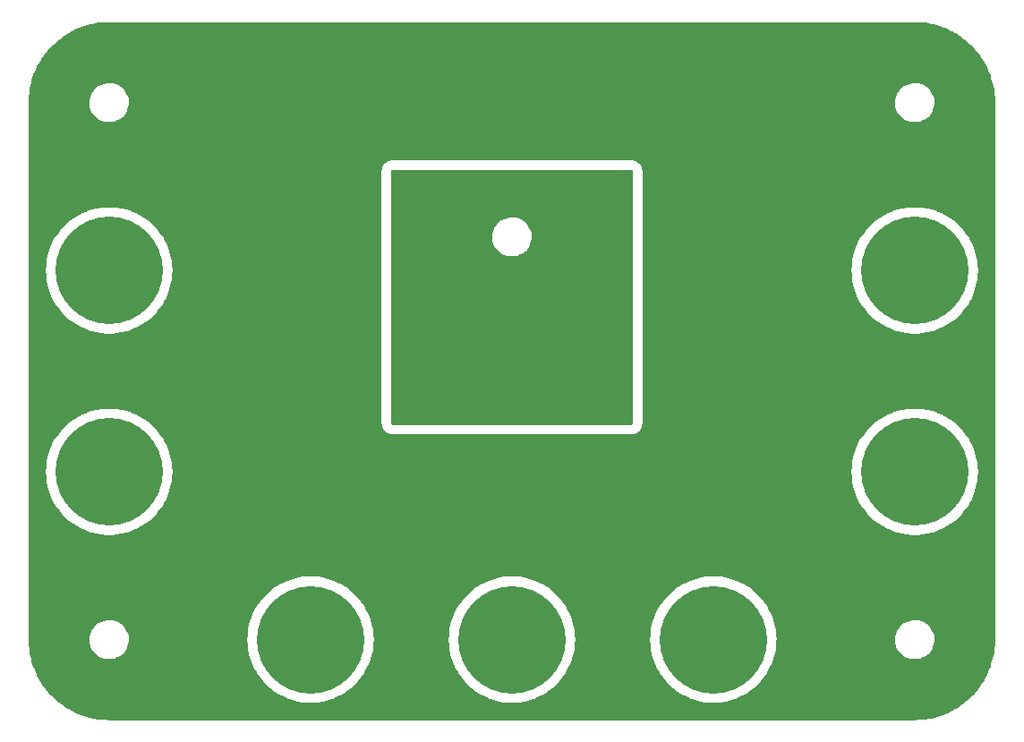
<source format=gbr>
%TF.GenerationSoftware,KiCad,Pcbnew,7.0.9*%
%TF.CreationDate,2023-11-14T16:15:09-06:00*%
%TF.ProjectId,to263-prototype,746f3236-332d-4707-926f-746f74797065,rev?*%
%TF.SameCoordinates,Original*%
%TF.FileFunction,Copper,L2,Bot*%
%TF.FilePolarity,Positive*%
%FSLAX46Y46*%
G04 Gerber Fmt 4.6, Leading zero omitted, Abs format (unit mm)*
G04 Created by KiCad (PCBNEW 7.0.9) date 2023-11-14 16:15:09*
%MOMM*%
%LPD*%
G01*
G04 APERTURE LIST*
%TA.AperFunction,ComponentPad*%
%ADD10C,10.160000*%
%TD*%
%TA.AperFunction,ViaPad*%
%ADD11C,0.800000*%
%TD*%
G04 APERTURE END LIST*
D10*
%TO.P,J8,1,Pin_1*%
%TO.N,GND*%
X69850000Y-50800000D03*
%TD*%
%TO.P,J4,1,Pin_1*%
%TO.N,Net-(J4-Pin_1)*%
X88900000Y-101600000D03*
%TD*%
%TO.P,J1,1,Pin_1*%
%TO.N,Net-(J1-Pin_1)*%
X50800000Y-66675000D03*
%TD*%
%TO.P,J3,1,Pin_1*%
%TO.N,Net-(J3-Pin_1)*%
X69850000Y-101600000D03*
%TD*%
%TO.P,J6,1,Pin_1*%
%TO.N,Net-(J6-Pin_1)*%
X127000000Y-85725000D03*
%TD*%
%TO.P,J5,1,Pin_1*%
%TO.N,Net-(J5-Pin_1)*%
X107950000Y-101600000D03*
%TD*%
%TO.P,J2,1,Pin_1*%
%TO.N,Net-(J2-Pin_1)*%
X50800000Y-85725000D03*
%TD*%
%TO.P,J7,1,Pin_1*%
%TO.N,Net-(J7-Pin_1)*%
X127000000Y-66675000D03*
%TD*%
D11*
%TO.N,Net-(J4-Pin_1)*%
X96520000Y-77470000D03*
X96520000Y-74930000D03*
X86360000Y-68580000D03*
X81280000Y-72390000D03*
X91440000Y-68580000D03*
X93980000Y-68580000D03*
X81280000Y-74930000D03*
X81280000Y-80010000D03*
X81280000Y-69850000D03*
X83820000Y-68580000D03*
X96520000Y-69850000D03*
X96520000Y-80010000D03*
X81280000Y-77470000D03*
X88900000Y-68580000D03*
X96520000Y-72390000D03*
%TD*%
%TA.AperFunction,Conductor*%
%TO.N,GND*%
G36*
X127322140Y-43191504D02*
G01*
X127522520Y-43198661D01*
X127526580Y-43198942D01*
X127814973Y-43228589D01*
X128051748Y-43254046D01*
X128055619Y-43254588D01*
X128334032Y-43302592D01*
X128575786Y-43346209D01*
X128579345Y-43346963D01*
X128841257Y-43410789D01*
X128850934Y-43413148D01*
X129092051Y-43474689D01*
X129095400Y-43475647D01*
X129360331Y-43559732D01*
X129598091Y-43638866D01*
X129601205Y-43639999D01*
X129715553Y-43685091D01*
X129858831Y-43741592D01*
X130091402Y-43837927D01*
X130094269Y-43839202D01*
X130251768Y-43914105D01*
X130343806Y-43957877D01*
X130569576Y-44070889D01*
X130572211Y-44072288D01*
X130812732Y-44207526D01*
X130898176Y-44258221D01*
X131030359Y-44336650D01*
X131032709Y-44338117D01*
X131163888Y-44424157D01*
X131263229Y-44489315D01*
X131263251Y-44489329D01*
X131472485Y-44634603D01*
X131693115Y-44801912D01*
X131891579Y-44961844D01*
X131996099Y-45052980D01*
X132100199Y-45143751D01*
X132286816Y-45317497D01*
X132482502Y-45513183D01*
X132656248Y-45699800D01*
X132708860Y-45760137D01*
X132838158Y-45908423D01*
X132947881Y-46044582D01*
X132998087Y-46106884D01*
X133165396Y-46327514D01*
X133310670Y-46536748D01*
X133461881Y-46767289D01*
X133463359Y-46769656D01*
X133592473Y-46987267D01*
X133727710Y-47227787D01*
X133729109Y-47230422D01*
X133842122Y-47456193D01*
X133960786Y-47705706D01*
X133962076Y-47708608D01*
X134058414Y-47941188D01*
X134159999Y-48198793D01*
X134161150Y-48201959D01*
X134240283Y-48439717D01*
X134324340Y-48704561D01*
X134325319Y-48707984D01*
X134386851Y-48949065D01*
X134453021Y-49220589D01*
X134453799Y-49224261D01*
X134497418Y-49466026D01*
X134545410Y-49744381D01*
X134545957Y-49748288D01*
X134571425Y-49985174D01*
X134601053Y-50273378D01*
X134601338Y-50277506D01*
X134608507Y-50478225D01*
X134619500Y-50800001D01*
X134619500Y-101599999D01*
X134608507Y-101921774D01*
X134601338Y-102122492D01*
X134601053Y-102126620D01*
X134571425Y-102414825D01*
X134545957Y-102651710D01*
X134545410Y-102655617D01*
X134497418Y-102933973D01*
X134453799Y-103175737D01*
X134453021Y-103179409D01*
X134386851Y-103450934D01*
X134325319Y-103692014D01*
X134324340Y-103695437D01*
X134240283Y-103960282D01*
X134161150Y-104198039D01*
X134160000Y-104201205D01*
X134058414Y-104458811D01*
X133962076Y-104691390D01*
X133960786Y-104694292D01*
X133842122Y-104943806D01*
X133729109Y-105169576D01*
X133727710Y-105172211D01*
X133592473Y-105412732D01*
X133463359Y-105630342D01*
X133461881Y-105632709D01*
X133310670Y-105863251D01*
X133165396Y-106072485D01*
X132998087Y-106293115D01*
X132838151Y-106491585D01*
X132656248Y-106700199D01*
X132482502Y-106886816D01*
X132286816Y-107082502D01*
X132100199Y-107256248D01*
X131891585Y-107438151D01*
X131693115Y-107598087D01*
X131472485Y-107765396D01*
X131263251Y-107910670D01*
X131032709Y-108061881D01*
X131030342Y-108063359D01*
X130812732Y-108192473D01*
X130572211Y-108327710D01*
X130569576Y-108329109D01*
X130343806Y-108442122D01*
X130094292Y-108560786D01*
X130091390Y-108562076D01*
X129858811Y-108658414D01*
X129601205Y-108760000D01*
X129598039Y-108761150D01*
X129360282Y-108840283D01*
X129095437Y-108924340D01*
X129092014Y-108925319D01*
X128850934Y-108986851D01*
X128579409Y-109053021D01*
X128575737Y-109053799D01*
X128333973Y-109097418D01*
X128055617Y-109145410D01*
X128051710Y-109145957D01*
X127814825Y-109171425D01*
X127526620Y-109201053D01*
X127522492Y-109201338D01*
X127321774Y-109208507D01*
X126999999Y-109219500D01*
X50800001Y-109219500D01*
X50478225Y-109208507D01*
X50277506Y-109201338D01*
X50273378Y-109201053D01*
X49985174Y-109171425D01*
X49748288Y-109145957D01*
X49744381Y-109145410D01*
X49466026Y-109097418D01*
X49224261Y-109053799D01*
X49220604Y-109053024D01*
X49119381Y-109028356D01*
X48949065Y-108986851D01*
X48707984Y-108925319D01*
X48704561Y-108924340D01*
X48439717Y-108840283D01*
X48201950Y-108761146D01*
X48198793Y-108759999D01*
X47941188Y-108658414D01*
X47708608Y-108562076D01*
X47705706Y-108560786D01*
X47456193Y-108442122D01*
X47230422Y-108329109D01*
X47227787Y-108327710D01*
X46987267Y-108192473D01*
X46769656Y-108063359D01*
X46767289Y-108061881D01*
X46536748Y-107910670D01*
X46327514Y-107765396D01*
X46106884Y-107598087D01*
X46023367Y-107530785D01*
X45908423Y-107438158D01*
X45760137Y-107308860D01*
X45699800Y-107256248D01*
X45513183Y-107082502D01*
X45317497Y-106886816D01*
X45143751Y-106700199D01*
X45066097Y-106611142D01*
X44961844Y-106491579D01*
X44801912Y-106293115D01*
X44634603Y-106072485D01*
X44489329Y-105863251D01*
X44338117Y-105632709D01*
X44336650Y-105630359D01*
X44207526Y-105412732D01*
X44072288Y-105172211D01*
X44070889Y-105169576D01*
X43957877Y-104943806D01*
X43918755Y-104861545D01*
X43839202Y-104694270D01*
X43837922Y-104691390D01*
X43741585Y-104458811D01*
X43639999Y-104201205D01*
X43638866Y-104198091D01*
X43559732Y-103960331D01*
X43475647Y-103695400D01*
X43474689Y-103692051D01*
X43413148Y-103450934D01*
X43402031Y-103405316D01*
X43346963Y-103179345D01*
X43346209Y-103175786D01*
X43302592Y-102934032D01*
X43254588Y-102655617D01*
X43254046Y-102651748D01*
X43228574Y-102414825D01*
X43198942Y-102126580D01*
X43198661Y-102122520D01*
X43191492Y-101921774D01*
X43182815Y-101667763D01*
X48945787Y-101667763D01*
X48975413Y-101937013D01*
X48975415Y-101937024D01*
X49024982Y-102126620D01*
X49043928Y-102199088D01*
X49149870Y-102448390D01*
X49216981Y-102558355D01*
X49290979Y-102679605D01*
X49290986Y-102679615D01*
X49464253Y-102887819D01*
X49464259Y-102887824D01*
X49515765Y-102933973D01*
X49665998Y-103068582D01*
X49891910Y-103218044D01*
X50137176Y-103333020D01*
X50137183Y-103333022D01*
X50137185Y-103333023D01*
X50396557Y-103411057D01*
X50396564Y-103411058D01*
X50396569Y-103411060D01*
X50664561Y-103450500D01*
X50664566Y-103450500D01*
X50867636Y-103450500D01*
X50919133Y-103446730D01*
X51070156Y-103435677D01*
X51206451Y-103405316D01*
X51334546Y-103376782D01*
X51334548Y-103376781D01*
X51334553Y-103376780D01*
X51587558Y-103280014D01*
X51823777Y-103147441D01*
X52038177Y-102981888D01*
X52226186Y-102786881D01*
X52383799Y-102566579D01*
X52479850Y-102379759D01*
X52507649Y-102325690D01*
X52507651Y-102325684D01*
X52507656Y-102325675D01*
X52595118Y-102069305D01*
X52644319Y-101802933D01*
X52651735Y-101600000D01*
X63875655Y-101600000D01*
X63895028Y-102080735D01*
X63909398Y-102199082D01*
X63953021Y-102558355D01*
X63953021Y-102558354D01*
X64021862Y-102895557D01*
X64049259Y-103029754D01*
X64183116Y-103491884D01*
X64340418Y-103906657D01*
X64353730Y-103941756D01*
X64362521Y-103960282D01*
X64559980Y-104376417D01*
X64741830Y-104691390D01*
X64800548Y-104793091D01*
X64856940Y-104874788D01*
X65073853Y-105189042D01*
X65378139Y-105561724D01*
X65711426Y-105908712D01*
X66071553Y-106227757D01*
X66422643Y-106491585D01*
X66456188Y-106516792D01*
X66862830Y-106773937D01*
X66862831Y-106773937D01*
X67277649Y-106991650D01*
X67288853Y-106997530D01*
X67488291Y-107082502D01*
X67731468Y-107186110D01*
X67731470Y-107186110D01*
X67731478Y-107186114D01*
X67913002Y-107246715D01*
X68187833Y-107338467D01*
X68187836Y-107338467D01*
X68187836Y-107338468D01*
X68654976Y-107453607D01*
X69129870Y-107530785D01*
X69129871Y-107530785D01*
X69609435Y-107569500D01*
X69609437Y-107569500D01*
X70090565Y-107569500D01*
X70570129Y-107530785D01*
X70570130Y-107530785D01*
X71045024Y-107453607D01*
X71512164Y-107338468D01*
X71512164Y-107338467D01*
X71512167Y-107338467D01*
X71786997Y-107246715D01*
X71968522Y-107186114D01*
X71968529Y-107186110D01*
X71968532Y-107186110D01*
X72211709Y-107082502D01*
X72411147Y-106997530D01*
X72422351Y-106991650D01*
X72837169Y-106773937D01*
X72837170Y-106773937D01*
X73243812Y-106516792D01*
X73277357Y-106491585D01*
X73628447Y-106227757D01*
X73988574Y-105908712D01*
X74321861Y-105561724D01*
X74626147Y-105189042D01*
X74843060Y-104874788D01*
X74899452Y-104793091D01*
X74958170Y-104691390D01*
X75140020Y-104376417D01*
X75337479Y-103960282D01*
X75346270Y-103941756D01*
X75359582Y-103906657D01*
X75516884Y-103491884D01*
X75650741Y-103029754D01*
X75678138Y-102895557D01*
X75746979Y-102558354D01*
X75746979Y-102558355D01*
X75790602Y-102199082D01*
X75804972Y-102080735D01*
X75824345Y-101600000D01*
X82925655Y-101600000D01*
X82945028Y-102080735D01*
X82959398Y-102199082D01*
X83003021Y-102558355D01*
X83003021Y-102558354D01*
X83071862Y-102895557D01*
X83099259Y-103029754D01*
X83233116Y-103491884D01*
X83390418Y-103906657D01*
X83403730Y-103941756D01*
X83412521Y-103960282D01*
X83609980Y-104376417D01*
X83791830Y-104691390D01*
X83850548Y-104793091D01*
X83906940Y-104874788D01*
X84123853Y-105189042D01*
X84428139Y-105561724D01*
X84761426Y-105908712D01*
X85121553Y-106227757D01*
X85472643Y-106491585D01*
X85506188Y-106516792D01*
X85912830Y-106773937D01*
X85912831Y-106773937D01*
X86327649Y-106991650D01*
X86338853Y-106997530D01*
X86538291Y-107082502D01*
X86781468Y-107186110D01*
X86781470Y-107186110D01*
X86781478Y-107186114D01*
X86963002Y-107246715D01*
X87237833Y-107338467D01*
X87237836Y-107338467D01*
X87237836Y-107338468D01*
X87704976Y-107453607D01*
X88179870Y-107530785D01*
X88179871Y-107530785D01*
X88659435Y-107569500D01*
X88659437Y-107569500D01*
X89140565Y-107569500D01*
X89620129Y-107530785D01*
X89620130Y-107530785D01*
X90095024Y-107453607D01*
X90562164Y-107338468D01*
X90562164Y-107338467D01*
X90562167Y-107338467D01*
X90836997Y-107246715D01*
X91018522Y-107186114D01*
X91018529Y-107186110D01*
X91018532Y-107186110D01*
X91261709Y-107082502D01*
X91461147Y-106997530D01*
X91472351Y-106991650D01*
X91887169Y-106773937D01*
X91887170Y-106773937D01*
X92293812Y-106516792D01*
X92327357Y-106491585D01*
X92678447Y-106227757D01*
X93038574Y-105908712D01*
X93371861Y-105561724D01*
X93676147Y-105189042D01*
X93893060Y-104874788D01*
X93949452Y-104793091D01*
X94008170Y-104691390D01*
X94190020Y-104376417D01*
X94387479Y-103960282D01*
X94396270Y-103941756D01*
X94409582Y-103906657D01*
X94566884Y-103491884D01*
X94700741Y-103029754D01*
X94728138Y-102895557D01*
X94796979Y-102558354D01*
X94796979Y-102558355D01*
X94840602Y-102199082D01*
X94854972Y-102080735D01*
X94874345Y-101600000D01*
X101975655Y-101600000D01*
X101995028Y-102080735D01*
X102009398Y-102199082D01*
X102053021Y-102558355D01*
X102053021Y-102558354D01*
X102121862Y-102895557D01*
X102149259Y-103029754D01*
X102283116Y-103491884D01*
X102440418Y-103906657D01*
X102453730Y-103941756D01*
X102462521Y-103960282D01*
X102659980Y-104376417D01*
X102841830Y-104691390D01*
X102900548Y-104793091D01*
X102956940Y-104874788D01*
X103173853Y-105189042D01*
X103478139Y-105561724D01*
X103811426Y-105908712D01*
X104171553Y-106227757D01*
X104522643Y-106491585D01*
X104556188Y-106516792D01*
X104962830Y-106773937D01*
X104962831Y-106773937D01*
X105377649Y-106991650D01*
X105388853Y-106997530D01*
X105588291Y-107082502D01*
X105831468Y-107186110D01*
X105831470Y-107186110D01*
X105831478Y-107186114D01*
X106013002Y-107246715D01*
X106287833Y-107338467D01*
X106287836Y-107338467D01*
X106287836Y-107338468D01*
X106754976Y-107453607D01*
X107229870Y-107530785D01*
X107229871Y-107530785D01*
X107709435Y-107569500D01*
X107709437Y-107569500D01*
X108190565Y-107569500D01*
X108670129Y-107530785D01*
X108670130Y-107530785D01*
X109145024Y-107453607D01*
X109612164Y-107338468D01*
X109612164Y-107338467D01*
X109612167Y-107338467D01*
X109886997Y-107246715D01*
X110068522Y-107186114D01*
X110068529Y-107186110D01*
X110068532Y-107186110D01*
X110311709Y-107082502D01*
X110511147Y-106997530D01*
X110522351Y-106991650D01*
X110937169Y-106773937D01*
X110937170Y-106773937D01*
X111343812Y-106516792D01*
X111377357Y-106491585D01*
X111728447Y-106227757D01*
X112088574Y-105908712D01*
X112421861Y-105561724D01*
X112726147Y-105189042D01*
X112943060Y-104874788D01*
X112999452Y-104793091D01*
X113058170Y-104691390D01*
X113240020Y-104376417D01*
X113437479Y-103960282D01*
X113446270Y-103941756D01*
X113459582Y-103906657D01*
X113616884Y-103491884D01*
X113750741Y-103029754D01*
X113778138Y-102895557D01*
X113846979Y-102558354D01*
X113846979Y-102558355D01*
X113890602Y-102199082D01*
X113904972Y-102080735D01*
X113921614Y-101667763D01*
X125145787Y-101667763D01*
X125175413Y-101937013D01*
X125175415Y-101937024D01*
X125224982Y-102126620D01*
X125243928Y-102199088D01*
X125349870Y-102448390D01*
X125416981Y-102558355D01*
X125490979Y-102679605D01*
X125490986Y-102679615D01*
X125664253Y-102887819D01*
X125664259Y-102887824D01*
X125715765Y-102933973D01*
X125865998Y-103068582D01*
X126091910Y-103218044D01*
X126337176Y-103333020D01*
X126337183Y-103333022D01*
X126337185Y-103333023D01*
X126596557Y-103411057D01*
X126596564Y-103411058D01*
X126596569Y-103411060D01*
X126864561Y-103450500D01*
X126864566Y-103450500D01*
X127067636Y-103450500D01*
X127119133Y-103446730D01*
X127270156Y-103435677D01*
X127406451Y-103405316D01*
X127534546Y-103376782D01*
X127534548Y-103376781D01*
X127534553Y-103376780D01*
X127787558Y-103280014D01*
X128023777Y-103147441D01*
X128238177Y-102981888D01*
X128426186Y-102786881D01*
X128583799Y-102566579D01*
X128679850Y-102379759D01*
X128707649Y-102325690D01*
X128707651Y-102325684D01*
X128707656Y-102325675D01*
X128795118Y-102069305D01*
X128844319Y-101802933D01*
X128854212Y-101532235D01*
X128824586Y-101262982D01*
X128756072Y-101000912D01*
X128650130Y-100751610D01*
X128509018Y-100520390D01*
X128419747Y-100413119D01*
X128335746Y-100312180D01*
X128335740Y-100312175D01*
X128134002Y-100131418D01*
X127908092Y-99981957D01*
X127908090Y-99981956D01*
X127662824Y-99866980D01*
X127662819Y-99866978D01*
X127662814Y-99866976D01*
X127403442Y-99788942D01*
X127403428Y-99788939D01*
X127287791Y-99771921D01*
X127135439Y-99749500D01*
X126932369Y-99749500D01*
X126932364Y-99749500D01*
X126729844Y-99764323D01*
X126729831Y-99764325D01*
X126465453Y-99823217D01*
X126465446Y-99823220D01*
X126212439Y-99919987D01*
X125976226Y-100052557D01*
X125761822Y-100218112D01*
X125573822Y-100413109D01*
X125573816Y-100413116D01*
X125416202Y-100633419D01*
X125416199Y-100633424D01*
X125292350Y-100874309D01*
X125292343Y-100874327D01*
X125204884Y-101130685D01*
X125204881Y-101130699D01*
X125155681Y-101397068D01*
X125155680Y-101397075D01*
X125145787Y-101667763D01*
X113921614Y-101667763D01*
X113924345Y-101600000D01*
X113904972Y-101119265D01*
X113846979Y-100641648D01*
X113846979Y-100641646D01*
X113846978Y-100641645D01*
X113750740Y-100170241D01*
X113616884Y-99708116D01*
X113446275Y-99258256D01*
X113446272Y-99258251D01*
X113446270Y-99258244D01*
X113333599Y-99020797D01*
X113240020Y-98823583D01*
X112999457Y-98406917D01*
X112999454Y-98406913D01*
X112999452Y-98406909D01*
X112911359Y-98279285D01*
X112726147Y-98010958D01*
X112421861Y-97638276D01*
X112088574Y-97291288D01*
X111728447Y-96972243D01*
X111343815Y-96683210D01*
X110937173Y-96426065D01*
X110937170Y-96426063D01*
X110937169Y-96426063D01*
X110511147Y-96202470D01*
X110183872Y-96063031D01*
X110068532Y-96013890D01*
X110068529Y-96013889D01*
X110068522Y-96013886D01*
X109886997Y-95953284D01*
X109612167Y-95861533D01*
X109612164Y-95861532D01*
X109145024Y-95746393D01*
X108670130Y-95669215D01*
X108670129Y-95669215D01*
X108190565Y-95630500D01*
X108190563Y-95630500D01*
X107709437Y-95630500D01*
X107709435Y-95630500D01*
X107229871Y-95669215D01*
X107229870Y-95669215D01*
X106754976Y-95746393D01*
X106287836Y-95861532D01*
X106287833Y-95861533D01*
X106013002Y-95953284D01*
X105831478Y-96013886D01*
X105831470Y-96013889D01*
X105831468Y-96013890D01*
X105716128Y-96063031D01*
X105388853Y-96202470D01*
X104962832Y-96426063D01*
X104962831Y-96426063D01*
X104962828Y-96426065D01*
X104556185Y-96683210D01*
X104171553Y-96972243D01*
X103811426Y-97291288D01*
X103478139Y-97638276D01*
X103173853Y-98010958D01*
X102988640Y-98279285D01*
X102900548Y-98406909D01*
X102900545Y-98406913D01*
X102900543Y-98406917D01*
X102659980Y-98823583D01*
X102566400Y-99020797D01*
X102453730Y-99258244D01*
X102453727Y-99258251D01*
X102453725Y-99258256D01*
X102283116Y-99708116D01*
X102149260Y-100170241D01*
X102053021Y-100641645D01*
X102053021Y-100641646D01*
X102053021Y-100641648D01*
X101995028Y-101119265D01*
X101975655Y-101600000D01*
X94874345Y-101600000D01*
X94854972Y-101119265D01*
X94796979Y-100641648D01*
X94796979Y-100641646D01*
X94796978Y-100641645D01*
X94700740Y-100170241D01*
X94566884Y-99708116D01*
X94396275Y-99258256D01*
X94396272Y-99258251D01*
X94396270Y-99258244D01*
X94283599Y-99020797D01*
X94190020Y-98823583D01*
X93949457Y-98406917D01*
X93949454Y-98406913D01*
X93949452Y-98406909D01*
X93861359Y-98279285D01*
X93676147Y-98010958D01*
X93371861Y-97638276D01*
X93038574Y-97291288D01*
X92678447Y-96972243D01*
X92293815Y-96683210D01*
X91887173Y-96426065D01*
X91887170Y-96426063D01*
X91887169Y-96426063D01*
X91461147Y-96202470D01*
X91133872Y-96063031D01*
X91018532Y-96013890D01*
X91018529Y-96013889D01*
X91018522Y-96013886D01*
X90836997Y-95953284D01*
X90562167Y-95861533D01*
X90562164Y-95861532D01*
X90095024Y-95746393D01*
X89620130Y-95669215D01*
X89620129Y-95669215D01*
X89140565Y-95630500D01*
X89140563Y-95630500D01*
X88659437Y-95630500D01*
X88659435Y-95630500D01*
X88179871Y-95669215D01*
X88179870Y-95669215D01*
X87704976Y-95746393D01*
X87237836Y-95861532D01*
X87237833Y-95861533D01*
X86963002Y-95953284D01*
X86781478Y-96013886D01*
X86781470Y-96013889D01*
X86781468Y-96013890D01*
X86666128Y-96063031D01*
X86338853Y-96202470D01*
X85912832Y-96426063D01*
X85912831Y-96426063D01*
X85912828Y-96426065D01*
X85506185Y-96683210D01*
X85121553Y-96972243D01*
X84761426Y-97291288D01*
X84428139Y-97638276D01*
X84123853Y-98010958D01*
X83938640Y-98279285D01*
X83850548Y-98406909D01*
X83850545Y-98406913D01*
X83850543Y-98406917D01*
X83609980Y-98823583D01*
X83516400Y-99020797D01*
X83403730Y-99258244D01*
X83403727Y-99258251D01*
X83403725Y-99258256D01*
X83233116Y-99708116D01*
X83099260Y-100170241D01*
X83003021Y-100641645D01*
X83003021Y-100641646D01*
X83003021Y-100641648D01*
X82945028Y-101119265D01*
X82925655Y-101600000D01*
X75824345Y-101600000D01*
X75804972Y-101119265D01*
X75746979Y-100641648D01*
X75746979Y-100641646D01*
X75746978Y-100641645D01*
X75650740Y-100170241D01*
X75516884Y-99708116D01*
X75346275Y-99258256D01*
X75346272Y-99258251D01*
X75346270Y-99258244D01*
X75233599Y-99020797D01*
X75140020Y-98823583D01*
X74899457Y-98406917D01*
X74899454Y-98406913D01*
X74899452Y-98406909D01*
X74811359Y-98279285D01*
X74626147Y-98010958D01*
X74321861Y-97638276D01*
X73988574Y-97291288D01*
X73628447Y-96972243D01*
X73243815Y-96683210D01*
X72837173Y-96426065D01*
X72837170Y-96426063D01*
X72837169Y-96426063D01*
X72411147Y-96202470D01*
X72083872Y-96063031D01*
X71968532Y-96013890D01*
X71968529Y-96013889D01*
X71968522Y-96013886D01*
X71786997Y-95953284D01*
X71512167Y-95861533D01*
X71512164Y-95861532D01*
X71045024Y-95746393D01*
X70570130Y-95669215D01*
X70570129Y-95669215D01*
X70090565Y-95630500D01*
X70090563Y-95630500D01*
X69609437Y-95630500D01*
X69609435Y-95630500D01*
X69129871Y-95669215D01*
X69129870Y-95669215D01*
X68654976Y-95746393D01*
X68187836Y-95861532D01*
X68187833Y-95861533D01*
X67913002Y-95953284D01*
X67731478Y-96013886D01*
X67731470Y-96013889D01*
X67731468Y-96013890D01*
X67616128Y-96063031D01*
X67288853Y-96202470D01*
X66862832Y-96426063D01*
X66862831Y-96426063D01*
X66862828Y-96426065D01*
X66456185Y-96683210D01*
X66071553Y-96972243D01*
X65711426Y-97291288D01*
X65378139Y-97638276D01*
X65073853Y-98010958D01*
X64888640Y-98279285D01*
X64800548Y-98406909D01*
X64800545Y-98406913D01*
X64800543Y-98406917D01*
X64559980Y-98823583D01*
X64466400Y-99020797D01*
X64353730Y-99258244D01*
X64353727Y-99258251D01*
X64353725Y-99258256D01*
X64183116Y-99708116D01*
X64049260Y-100170241D01*
X63953021Y-100641645D01*
X63953021Y-100641646D01*
X63953021Y-100641648D01*
X63895028Y-101119265D01*
X63875655Y-101600000D01*
X52651735Y-101600000D01*
X52654212Y-101532235D01*
X52624586Y-101262982D01*
X52556072Y-101000912D01*
X52450130Y-100751610D01*
X52309018Y-100520390D01*
X52219747Y-100413119D01*
X52135746Y-100312180D01*
X52135740Y-100312175D01*
X51934002Y-100131418D01*
X51708092Y-99981957D01*
X51708090Y-99981956D01*
X51462824Y-99866980D01*
X51462819Y-99866978D01*
X51462814Y-99866976D01*
X51203442Y-99788942D01*
X51203428Y-99788939D01*
X51087791Y-99771921D01*
X50935439Y-99749500D01*
X50732369Y-99749500D01*
X50732364Y-99749500D01*
X50529844Y-99764323D01*
X50529831Y-99764325D01*
X50265453Y-99823217D01*
X50265446Y-99823220D01*
X50012439Y-99919987D01*
X49776226Y-100052557D01*
X49561822Y-100218112D01*
X49373822Y-100413109D01*
X49373816Y-100413116D01*
X49216202Y-100633419D01*
X49216199Y-100633424D01*
X49092350Y-100874309D01*
X49092343Y-100874327D01*
X49004884Y-101130685D01*
X49004881Y-101130699D01*
X48955681Y-101397068D01*
X48955680Y-101397075D01*
X48945787Y-101667763D01*
X43182815Y-101667763D01*
X43180500Y-101600000D01*
X43180500Y-101599500D01*
X43180500Y-85725001D01*
X44825655Y-85725001D01*
X44845028Y-86205734D01*
X44903021Y-86683355D01*
X44903021Y-86683354D01*
X44999259Y-87154754D01*
X45133116Y-87616884D01*
X45133119Y-87616893D01*
X45303730Y-88066756D01*
X45416400Y-88304202D01*
X45509980Y-88501417D01*
X45509982Y-88501420D01*
X45750548Y-88918091D01*
X45838640Y-89045714D01*
X46023853Y-89314042D01*
X46328139Y-89686724D01*
X46328142Y-89686727D01*
X46661427Y-90033713D01*
X47021553Y-90352757D01*
X47406188Y-90641792D01*
X47812830Y-90898937D01*
X47812831Y-90898937D01*
X48238853Y-91122530D01*
X48566128Y-91261968D01*
X48681468Y-91311110D01*
X48681470Y-91311110D01*
X48681478Y-91311114D01*
X48863002Y-91371715D01*
X49137833Y-91463467D01*
X49137836Y-91463467D01*
X49137836Y-91463468D01*
X49604976Y-91578607D01*
X50079870Y-91655785D01*
X50079871Y-91655785D01*
X50559435Y-91694500D01*
X50559437Y-91694500D01*
X51040565Y-91694500D01*
X51520129Y-91655785D01*
X51520130Y-91655785D01*
X51995024Y-91578607D01*
X52462164Y-91463468D01*
X52462164Y-91463467D01*
X52462167Y-91463467D01*
X52736997Y-91371715D01*
X52918522Y-91311114D01*
X52918529Y-91311110D01*
X52918532Y-91311110D01*
X53033872Y-91261968D01*
X53361147Y-91122530D01*
X53787169Y-90898937D01*
X53787170Y-90898937D01*
X54193812Y-90641792D01*
X54578447Y-90352757D01*
X54938573Y-90033713D01*
X55271858Y-89686727D01*
X55271857Y-89686727D01*
X55271861Y-89686724D01*
X55576147Y-89314042D01*
X55761359Y-89045714D01*
X55849452Y-88918091D01*
X56090018Y-88501420D01*
X56090020Y-88501417D01*
X56183599Y-88304202D01*
X56296270Y-88066756D01*
X56466881Y-87616893D01*
X56466884Y-87616884D01*
X56600741Y-87154754D01*
X56696979Y-86683354D01*
X56696979Y-86683355D01*
X56754972Y-86205734D01*
X56774345Y-85725001D01*
X121025655Y-85725001D01*
X121045028Y-86205734D01*
X121103021Y-86683355D01*
X121103021Y-86683354D01*
X121199259Y-87154754D01*
X121333116Y-87616884D01*
X121333119Y-87616893D01*
X121503730Y-88066756D01*
X121616400Y-88304202D01*
X121709980Y-88501417D01*
X121709982Y-88501420D01*
X121950548Y-88918091D01*
X122038640Y-89045714D01*
X122223853Y-89314042D01*
X122528139Y-89686724D01*
X122528142Y-89686727D01*
X122861427Y-90033713D01*
X123221553Y-90352757D01*
X123606188Y-90641792D01*
X124012830Y-90898937D01*
X124012831Y-90898937D01*
X124438853Y-91122530D01*
X124766128Y-91261968D01*
X124881468Y-91311110D01*
X124881470Y-91311110D01*
X124881478Y-91311114D01*
X125063002Y-91371715D01*
X125337833Y-91463467D01*
X125337836Y-91463467D01*
X125337836Y-91463468D01*
X125804976Y-91578607D01*
X126279870Y-91655785D01*
X126279871Y-91655785D01*
X126759435Y-91694500D01*
X126759437Y-91694500D01*
X127240565Y-91694500D01*
X127720129Y-91655785D01*
X127720130Y-91655785D01*
X128195024Y-91578607D01*
X128662164Y-91463468D01*
X128662164Y-91463467D01*
X128662167Y-91463467D01*
X128936997Y-91371715D01*
X129118522Y-91311114D01*
X129118529Y-91311110D01*
X129118532Y-91311110D01*
X129233872Y-91261968D01*
X129561147Y-91122530D01*
X129987169Y-90898937D01*
X129987170Y-90898937D01*
X130393812Y-90641792D01*
X130778447Y-90352757D01*
X131138573Y-90033713D01*
X131471858Y-89686727D01*
X131471857Y-89686727D01*
X131471861Y-89686724D01*
X131776147Y-89314042D01*
X131961359Y-89045714D01*
X132049452Y-88918091D01*
X132290018Y-88501420D01*
X132290020Y-88501417D01*
X132383599Y-88304202D01*
X132496270Y-88066756D01*
X132666881Y-87616893D01*
X132666884Y-87616884D01*
X132800741Y-87154754D01*
X132896979Y-86683354D01*
X132896979Y-86683355D01*
X132954972Y-86205734D01*
X132974345Y-85725001D01*
X132974345Y-85724999D01*
X132954972Y-85244266D01*
X132896979Y-84766645D01*
X132896979Y-84766646D01*
X132800740Y-84295241D01*
X132666884Y-83833116D01*
X132496275Y-83383256D01*
X132496272Y-83383251D01*
X132496270Y-83383244D01*
X132383599Y-83145797D01*
X132290020Y-82948583D01*
X132049457Y-82531917D01*
X132049454Y-82531913D01*
X132049452Y-82531909D01*
X131961359Y-82404285D01*
X131776147Y-82135958D01*
X131766891Y-82124622D01*
X131582723Y-81899057D01*
X131471861Y-81763276D01*
X131138574Y-81416288D01*
X131054695Y-81341978D01*
X130778447Y-81097243D01*
X130393812Y-80808208D01*
X129987170Y-80551063D01*
X129987169Y-80551063D01*
X129561147Y-80327470D01*
X129233872Y-80188031D01*
X129118532Y-80138890D01*
X129118529Y-80138889D01*
X129118522Y-80138886D01*
X128936997Y-80078284D01*
X128662167Y-79986533D01*
X128662164Y-79986532D01*
X128195024Y-79871393D01*
X127720130Y-79794215D01*
X127720129Y-79794215D01*
X127240565Y-79755500D01*
X127240563Y-79755500D01*
X126759437Y-79755500D01*
X126759435Y-79755500D01*
X126279871Y-79794215D01*
X126279870Y-79794215D01*
X125804976Y-79871393D01*
X125337836Y-79986532D01*
X125337833Y-79986533D01*
X125063002Y-80078284D01*
X124881478Y-80138886D01*
X124881470Y-80138889D01*
X124881468Y-80138890D01*
X124766128Y-80188031D01*
X124438853Y-80327470D01*
X124012832Y-80551063D01*
X124012831Y-80551063D01*
X123606188Y-80808208D01*
X123221553Y-81097243D01*
X122945305Y-81341978D01*
X122861426Y-81416288D01*
X122528139Y-81763276D01*
X122417277Y-81899057D01*
X122233109Y-82124622D01*
X122223853Y-82135958D01*
X122038640Y-82404285D01*
X121950548Y-82531909D01*
X121950545Y-82531913D01*
X121950543Y-82531917D01*
X121709980Y-82948583D01*
X121616400Y-83145797D01*
X121503730Y-83383244D01*
X121503727Y-83383251D01*
X121503725Y-83383256D01*
X121333116Y-83833116D01*
X121199260Y-84295241D01*
X121103021Y-84766646D01*
X121103021Y-84766645D01*
X121045028Y-85244266D01*
X121025655Y-85724999D01*
X121025655Y-85725001D01*
X56774345Y-85725001D01*
X56774345Y-85724999D01*
X56754972Y-85244266D01*
X56696979Y-84766645D01*
X56696979Y-84766646D01*
X56600740Y-84295241D01*
X56466884Y-83833116D01*
X56296275Y-83383256D01*
X56296272Y-83383251D01*
X56296270Y-83383244D01*
X56183599Y-83145797D01*
X56090020Y-82948583D01*
X55849457Y-82531917D01*
X55849454Y-82531913D01*
X55849452Y-82531909D01*
X55761359Y-82404285D01*
X55576147Y-82135958D01*
X55566891Y-82124622D01*
X55382723Y-81899057D01*
X55271861Y-81763276D01*
X54938574Y-81416288D01*
X54854695Y-81341978D01*
X54644771Y-81156001D01*
X76575500Y-81156001D01*
X76575510Y-81160265D01*
X76575511Y-81160285D01*
X76595941Y-81346128D01*
X76595944Y-81346150D01*
X76607150Y-81397658D01*
X76625378Y-81467682D01*
X76698169Y-81639928D01*
X76698170Y-81639930D01*
X76805187Y-81793283D01*
X76850946Y-81846091D01*
X76947646Y-81941875D01*
X77019027Y-81990685D01*
X77102008Y-82047427D01*
X77102009Y-82047427D01*
X77102010Y-82047428D01*
X77205114Y-82089848D01*
X77274944Y-82118579D01*
X77341983Y-82138264D01*
X77408023Y-82154953D01*
X77594000Y-82174500D01*
X77594004Y-82174500D01*
X100206001Y-82174500D01*
X100206010Y-82174499D01*
X100210266Y-82174490D01*
X100210283Y-82174488D01*
X100210285Y-82174488D01*
X100388005Y-82154951D01*
X100396147Y-82154056D01*
X100447658Y-82142850D01*
X100517681Y-82124622D01*
X100629808Y-82077236D01*
X100689928Y-82051830D01*
X100689930Y-82051829D01*
X100689930Y-82051828D01*
X100689932Y-82051828D01*
X100843284Y-81944812D01*
X100896088Y-81899057D01*
X100991874Y-81802355D01*
X101097427Y-81647992D01*
X101168579Y-81475056D01*
X101188264Y-81408017D01*
X101204953Y-81341977D01*
X101224500Y-81156000D01*
X101224500Y-66675001D01*
X121025655Y-66675001D01*
X121045028Y-67155734D01*
X121103021Y-67633355D01*
X121103021Y-67633354D01*
X121199259Y-68104754D01*
X121333116Y-68566884D01*
X121333119Y-68566893D01*
X121503730Y-69016756D01*
X121616400Y-69254202D01*
X121709980Y-69451417D01*
X121709982Y-69451420D01*
X121950548Y-69868091D01*
X122038640Y-69995714D01*
X122223853Y-70264042D01*
X122528139Y-70636724D01*
X122528142Y-70636727D01*
X122861427Y-70983713D01*
X123221553Y-71302757D01*
X123606188Y-71591792D01*
X124012830Y-71848937D01*
X124012831Y-71848937D01*
X124438853Y-72072530D01*
X124766128Y-72211968D01*
X124881468Y-72261110D01*
X124881470Y-72261110D01*
X124881478Y-72261114D01*
X125063002Y-72321715D01*
X125337833Y-72413467D01*
X125337836Y-72413467D01*
X125337836Y-72413468D01*
X125804976Y-72528607D01*
X126279870Y-72605785D01*
X126279871Y-72605785D01*
X126759435Y-72644500D01*
X126759437Y-72644500D01*
X127240565Y-72644500D01*
X127720129Y-72605785D01*
X127720130Y-72605785D01*
X128195024Y-72528607D01*
X128662164Y-72413468D01*
X128662164Y-72413467D01*
X128662167Y-72413467D01*
X128936997Y-72321715D01*
X129118522Y-72261114D01*
X129118529Y-72261110D01*
X129118532Y-72261110D01*
X129233872Y-72211968D01*
X129561147Y-72072530D01*
X129987169Y-71848937D01*
X129987170Y-71848937D01*
X130393812Y-71591792D01*
X130778447Y-71302757D01*
X131138573Y-70983713D01*
X131471858Y-70636727D01*
X131471857Y-70636727D01*
X131471861Y-70636724D01*
X131776147Y-70264042D01*
X131961359Y-69995714D01*
X132049452Y-69868091D01*
X132290018Y-69451420D01*
X132290020Y-69451417D01*
X132383599Y-69254202D01*
X132496270Y-69016756D01*
X132666881Y-68566893D01*
X132666884Y-68566884D01*
X132800741Y-68104754D01*
X132896979Y-67633354D01*
X132896979Y-67633355D01*
X132954972Y-67155734D01*
X132974345Y-66675001D01*
X132974345Y-66674999D01*
X132954972Y-66194266D01*
X132896979Y-65716645D01*
X132896979Y-65716646D01*
X132800740Y-65245241D01*
X132666884Y-64783116D01*
X132496275Y-64333256D01*
X132496272Y-64333251D01*
X132496270Y-64333244D01*
X132383599Y-64095797D01*
X132290020Y-63898583D01*
X132049457Y-63481917D01*
X132049454Y-63481913D01*
X132049452Y-63481909D01*
X131961359Y-63354285D01*
X131776147Y-63085958D01*
X131471861Y-62713276D01*
X131138574Y-62366288D01*
X130778447Y-62047243D01*
X130393815Y-61758210D01*
X129987173Y-61501065D01*
X129987170Y-61501063D01*
X129987169Y-61501063D01*
X129561147Y-61277470D01*
X129233872Y-61138031D01*
X129118532Y-61088890D01*
X129118529Y-61088889D01*
X129118522Y-61088886D01*
X128936997Y-61028284D01*
X128662167Y-60936533D01*
X128662164Y-60936532D01*
X128195024Y-60821393D01*
X127720130Y-60744215D01*
X127720129Y-60744215D01*
X127240565Y-60705500D01*
X127240563Y-60705500D01*
X126759437Y-60705500D01*
X126759435Y-60705500D01*
X126279871Y-60744215D01*
X126279870Y-60744215D01*
X125804976Y-60821393D01*
X125337836Y-60936532D01*
X125337833Y-60936533D01*
X125063002Y-61028284D01*
X124881478Y-61088886D01*
X124881470Y-61088889D01*
X124881468Y-61088890D01*
X124766128Y-61138031D01*
X124438853Y-61277470D01*
X124012832Y-61501063D01*
X124012831Y-61501063D01*
X124012828Y-61501065D01*
X123606185Y-61758210D01*
X123221553Y-62047243D01*
X122861426Y-62366288D01*
X122528139Y-62713276D01*
X122223853Y-63085958D01*
X122038640Y-63354285D01*
X121950548Y-63481909D01*
X121950545Y-63481913D01*
X121950543Y-63481917D01*
X121709980Y-63898583D01*
X121616400Y-64095797D01*
X121503730Y-64333244D01*
X121503727Y-64333251D01*
X121503725Y-64333256D01*
X121333116Y-64783116D01*
X121199260Y-65245241D01*
X121103021Y-65716646D01*
X121103021Y-65716645D01*
X121045028Y-66194266D01*
X121025655Y-66674999D01*
X121025655Y-66675001D01*
X101224500Y-66675001D01*
X101224500Y-57274000D01*
X101224490Y-57269734D01*
X101204056Y-57083853D01*
X101192850Y-57032342D01*
X101174622Y-56962319D01*
X101161917Y-56932257D01*
X101101830Y-56790071D01*
X101101829Y-56790069D01*
X100994812Y-56636716D01*
X100949054Y-56583909D01*
X100852353Y-56488124D01*
X100697989Y-56382571D01*
X100525062Y-56311423D01*
X100525058Y-56311421D01*
X100525056Y-56311421D01*
X100458017Y-56291736D01*
X100436315Y-56286251D01*
X100391983Y-56275048D01*
X100391978Y-56275047D01*
X100354781Y-56271137D01*
X100206000Y-56255500D01*
X77594000Y-56255500D01*
X77593999Y-56255500D01*
X77589734Y-56255510D01*
X77589714Y-56255511D01*
X77403871Y-56275941D01*
X77403849Y-56275944D01*
X77352342Y-56287150D01*
X77282317Y-56305378D01*
X77110071Y-56378169D01*
X77110069Y-56378170D01*
X76956716Y-56485187D01*
X76903909Y-56530946D01*
X76808124Y-56627646D01*
X76702571Y-56782010D01*
X76631423Y-56954937D01*
X76611736Y-57021984D01*
X76595048Y-57088016D01*
X76595047Y-57088021D01*
X76575500Y-57273999D01*
X76575500Y-81156001D01*
X54644771Y-81156001D01*
X54578447Y-81097243D01*
X54193812Y-80808208D01*
X53787170Y-80551063D01*
X53787169Y-80551063D01*
X53361147Y-80327470D01*
X53033872Y-80188031D01*
X52918532Y-80138890D01*
X52918529Y-80138889D01*
X52918522Y-80138886D01*
X52736997Y-80078284D01*
X52462167Y-79986533D01*
X52462164Y-79986532D01*
X51995024Y-79871393D01*
X51520130Y-79794215D01*
X51520129Y-79794215D01*
X51040565Y-79755500D01*
X51040563Y-79755500D01*
X50559437Y-79755500D01*
X50559435Y-79755500D01*
X50079871Y-79794215D01*
X50079870Y-79794215D01*
X49604976Y-79871393D01*
X49137836Y-79986532D01*
X49137833Y-79986533D01*
X48863002Y-80078284D01*
X48681478Y-80138886D01*
X48681470Y-80138889D01*
X48681468Y-80138890D01*
X48566128Y-80188031D01*
X48238853Y-80327470D01*
X47812832Y-80551063D01*
X47812831Y-80551063D01*
X47406188Y-80808208D01*
X47021553Y-81097243D01*
X46745305Y-81341978D01*
X46661426Y-81416288D01*
X46328139Y-81763276D01*
X46217277Y-81899057D01*
X46033109Y-82124622D01*
X46023853Y-82135958D01*
X45838640Y-82404285D01*
X45750548Y-82531909D01*
X45750545Y-82531913D01*
X45750543Y-82531917D01*
X45509980Y-82948583D01*
X45416400Y-83145797D01*
X45303730Y-83383244D01*
X45303727Y-83383251D01*
X45303725Y-83383256D01*
X45133116Y-83833116D01*
X44999260Y-84295241D01*
X44903021Y-84766646D01*
X44903021Y-84766645D01*
X44845028Y-85244266D01*
X44825655Y-85724999D01*
X44825655Y-85725001D01*
X43180500Y-85725001D01*
X43180500Y-66675001D01*
X44825655Y-66675001D01*
X44845028Y-67155734D01*
X44903021Y-67633355D01*
X44903021Y-67633354D01*
X44999259Y-68104754D01*
X45133116Y-68566884D01*
X45133119Y-68566893D01*
X45303730Y-69016756D01*
X45416400Y-69254202D01*
X45509980Y-69451417D01*
X45509982Y-69451420D01*
X45750548Y-69868091D01*
X45838640Y-69995714D01*
X46023853Y-70264042D01*
X46328139Y-70636724D01*
X46328142Y-70636727D01*
X46661427Y-70983713D01*
X47021553Y-71302757D01*
X47406188Y-71591792D01*
X47812830Y-71848937D01*
X47812831Y-71848937D01*
X48238853Y-72072530D01*
X48566128Y-72211968D01*
X48681468Y-72261110D01*
X48681470Y-72261110D01*
X48681478Y-72261114D01*
X48863002Y-72321715D01*
X49137833Y-72413467D01*
X49137836Y-72413467D01*
X49137836Y-72413468D01*
X49604976Y-72528607D01*
X50079870Y-72605785D01*
X50079871Y-72605785D01*
X50559435Y-72644500D01*
X50559437Y-72644500D01*
X51040565Y-72644500D01*
X51520129Y-72605785D01*
X51520130Y-72605785D01*
X51995024Y-72528607D01*
X52462164Y-72413468D01*
X52462164Y-72413467D01*
X52462167Y-72413467D01*
X52736997Y-72321715D01*
X52918522Y-72261114D01*
X52918529Y-72261110D01*
X52918532Y-72261110D01*
X53033872Y-72211968D01*
X53361147Y-72072530D01*
X53787169Y-71848937D01*
X53787170Y-71848937D01*
X54193812Y-71591792D01*
X54578447Y-71302757D01*
X54938573Y-70983713D01*
X55271858Y-70636727D01*
X55271857Y-70636727D01*
X55271861Y-70636724D01*
X55576147Y-70264042D01*
X55761359Y-69995714D01*
X55849452Y-69868091D01*
X56090018Y-69451420D01*
X56090020Y-69451417D01*
X56183599Y-69254202D01*
X56296270Y-69016756D01*
X56466881Y-68566893D01*
X56466884Y-68566884D01*
X56600741Y-68104754D01*
X56696979Y-67633354D01*
X56696979Y-67633355D01*
X56754972Y-67155734D01*
X56774345Y-66675001D01*
X56774345Y-66674999D01*
X56754972Y-66194266D01*
X56696979Y-65716645D01*
X56696979Y-65716646D01*
X56600740Y-65245241D01*
X56466884Y-64783116D01*
X56296275Y-64333256D01*
X56296272Y-64333251D01*
X56296270Y-64333244D01*
X56183599Y-64095797D01*
X56090020Y-63898583D01*
X55849457Y-63481917D01*
X55849454Y-63481913D01*
X55849452Y-63481909D01*
X55761359Y-63354285D01*
X55576147Y-63085958D01*
X55271861Y-62713276D01*
X54938574Y-62366288D01*
X54578447Y-62047243D01*
X54193815Y-61758210D01*
X53787173Y-61501065D01*
X53787170Y-61501063D01*
X53787169Y-61501063D01*
X53361147Y-61277470D01*
X53033872Y-61138031D01*
X52918532Y-61088890D01*
X52918529Y-61088889D01*
X52918522Y-61088886D01*
X52736997Y-61028284D01*
X52462167Y-60936533D01*
X52462164Y-60936532D01*
X51995024Y-60821393D01*
X51520130Y-60744215D01*
X51520129Y-60744215D01*
X51040565Y-60705500D01*
X51040563Y-60705500D01*
X50559437Y-60705500D01*
X50559435Y-60705500D01*
X50079871Y-60744215D01*
X50079870Y-60744215D01*
X49604976Y-60821393D01*
X49137836Y-60936532D01*
X49137833Y-60936533D01*
X48863002Y-61028284D01*
X48681478Y-61088886D01*
X48681470Y-61088889D01*
X48681468Y-61088890D01*
X48566128Y-61138031D01*
X48238853Y-61277470D01*
X47812832Y-61501063D01*
X47812831Y-61501063D01*
X47812828Y-61501065D01*
X47406185Y-61758210D01*
X47021553Y-62047243D01*
X46661426Y-62366288D01*
X46328139Y-62713276D01*
X46023853Y-63085958D01*
X45838640Y-63354285D01*
X45750548Y-63481909D01*
X45750545Y-63481913D01*
X45750543Y-63481917D01*
X45509980Y-63898583D01*
X45416400Y-64095797D01*
X45303730Y-64333244D01*
X45303727Y-64333251D01*
X45303725Y-64333256D01*
X45133116Y-64783116D01*
X44999260Y-65245241D01*
X44903021Y-65716646D01*
X44903021Y-65716645D01*
X44845028Y-66194266D01*
X44825655Y-66674999D01*
X44825655Y-66675001D01*
X43180500Y-66675001D01*
X43180500Y-50867763D01*
X48945787Y-50867763D01*
X48975413Y-51137013D01*
X48975415Y-51137024D01*
X49043926Y-51399082D01*
X49043928Y-51399088D01*
X49149870Y-51648390D01*
X49221998Y-51766575D01*
X49290979Y-51879605D01*
X49290986Y-51879615D01*
X49464253Y-52087819D01*
X49464259Y-52087824D01*
X49665998Y-52268582D01*
X49891910Y-52418044D01*
X50137176Y-52533020D01*
X50137183Y-52533022D01*
X50137185Y-52533023D01*
X50396557Y-52611057D01*
X50396564Y-52611058D01*
X50396569Y-52611060D01*
X50664561Y-52650500D01*
X50664566Y-52650500D01*
X50867636Y-52650500D01*
X50919133Y-52646730D01*
X51070156Y-52635677D01*
X51182758Y-52610593D01*
X51334546Y-52576782D01*
X51334548Y-52576781D01*
X51334553Y-52576780D01*
X51587558Y-52480014D01*
X51823777Y-52347441D01*
X52038177Y-52181888D01*
X52226186Y-51986881D01*
X52383799Y-51766579D01*
X52457787Y-51622669D01*
X52507649Y-51525690D01*
X52507651Y-51525684D01*
X52507656Y-51525675D01*
X52595118Y-51269305D01*
X52644319Y-51002933D01*
X52649259Y-50867763D01*
X125145787Y-50867763D01*
X125175413Y-51137013D01*
X125175415Y-51137024D01*
X125243926Y-51399082D01*
X125243928Y-51399088D01*
X125349870Y-51648390D01*
X125421998Y-51766575D01*
X125490979Y-51879605D01*
X125490986Y-51879615D01*
X125664253Y-52087819D01*
X125664259Y-52087824D01*
X125865998Y-52268582D01*
X126091910Y-52418044D01*
X126337176Y-52533020D01*
X126337183Y-52533022D01*
X126337185Y-52533023D01*
X126596557Y-52611057D01*
X126596564Y-52611058D01*
X126596569Y-52611060D01*
X126864561Y-52650500D01*
X126864566Y-52650500D01*
X127067636Y-52650500D01*
X127119133Y-52646730D01*
X127270156Y-52635677D01*
X127382758Y-52610593D01*
X127534546Y-52576782D01*
X127534548Y-52576781D01*
X127534553Y-52576780D01*
X127787558Y-52480014D01*
X128023777Y-52347441D01*
X128238177Y-52181888D01*
X128426186Y-51986881D01*
X128583799Y-51766579D01*
X128657787Y-51622669D01*
X128707649Y-51525690D01*
X128707651Y-51525684D01*
X128707656Y-51525675D01*
X128795118Y-51269305D01*
X128844319Y-51002933D01*
X128854212Y-50732235D01*
X128824586Y-50462982D01*
X128756072Y-50200912D01*
X128650130Y-49951610D01*
X128509018Y-49720390D01*
X128419747Y-49613119D01*
X128335746Y-49512180D01*
X128335740Y-49512175D01*
X128134002Y-49331418D01*
X127908092Y-49181957D01*
X127908090Y-49181956D01*
X127662824Y-49066980D01*
X127662819Y-49066978D01*
X127662814Y-49066976D01*
X127403442Y-48988942D01*
X127403428Y-48988939D01*
X127287791Y-48971921D01*
X127135439Y-48949500D01*
X126932369Y-48949500D01*
X126932364Y-48949500D01*
X126729844Y-48964323D01*
X126729831Y-48964325D01*
X126465453Y-49023217D01*
X126465446Y-49023220D01*
X126212439Y-49119987D01*
X125976226Y-49252557D01*
X125761822Y-49418112D01*
X125573822Y-49613109D01*
X125573816Y-49613116D01*
X125416202Y-49833419D01*
X125416199Y-49833424D01*
X125292350Y-50074309D01*
X125292343Y-50074327D01*
X125204884Y-50330685D01*
X125204881Y-50330699D01*
X125155681Y-50597068D01*
X125155680Y-50597075D01*
X125145787Y-50867763D01*
X52649259Y-50867763D01*
X52654212Y-50732235D01*
X52624586Y-50462982D01*
X52556072Y-50200912D01*
X52450130Y-49951610D01*
X52309018Y-49720390D01*
X52219747Y-49613119D01*
X52135746Y-49512180D01*
X52135740Y-49512175D01*
X51934002Y-49331418D01*
X51708092Y-49181957D01*
X51708090Y-49181956D01*
X51462824Y-49066980D01*
X51462819Y-49066978D01*
X51462814Y-49066976D01*
X51203442Y-48988942D01*
X51203428Y-48988939D01*
X51087791Y-48971921D01*
X50935439Y-48949500D01*
X50732369Y-48949500D01*
X50732364Y-48949500D01*
X50529844Y-48964323D01*
X50529831Y-48964325D01*
X50265453Y-49023217D01*
X50265446Y-49023220D01*
X50012439Y-49119987D01*
X49776226Y-49252557D01*
X49561822Y-49418112D01*
X49373822Y-49613109D01*
X49373816Y-49613116D01*
X49216202Y-49833419D01*
X49216199Y-49833424D01*
X49092350Y-50074309D01*
X49092343Y-50074327D01*
X49004884Y-50330685D01*
X49004881Y-50330699D01*
X48955681Y-50597068D01*
X48955680Y-50597075D01*
X48945787Y-50867763D01*
X43180500Y-50867763D01*
X43180500Y-50800000D01*
X43191498Y-50478044D01*
X43198662Y-50277475D01*
X43198941Y-50273423D01*
X43228583Y-49985081D01*
X43254047Y-49748242D01*
X43254588Y-49744380D01*
X43258724Y-49720394D01*
X43302600Y-49465918D01*
X43346212Y-49224199D01*
X43346960Y-49220667D01*
X43413151Y-48949050D01*
X43474694Y-48707930D01*
X43475641Y-48704617D01*
X43559725Y-48439689D01*
X43638874Y-48201885D01*
X43639999Y-48198793D01*
X43717306Y-48002757D01*
X43741592Y-47941168D01*
X43837939Y-47708568D01*
X43839188Y-47705759D01*
X43957879Y-47456187D01*
X44070907Y-47230387D01*
X44072272Y-47227815D01*
X44207530Y-46987259D01*
X44336662Y-46769619D01*
X44338101Y-46767313D01*
X44489345Y-46536724D01*
X44634588Y-46327534D01*
X44801919Y-46106875D01*
X44961840Y-45908424D01*
X45143758Y-45699792D01*
X45317483Y-45513197D01*
X45513197Y-45317483D01*
X45699784Y-45143765D01*
X45908424Y-44961840D01*
X46106875Y-44801919D01*
X46327534Y-44634588D01*
X46536724Y-44489345D01*
X46767313Y-44338101D01*
X46769619Y-44336662D01*
X46987232Y-44207545D01*
X47227815Y-44072272D01*
X47230387Y-44070907D01*
X47456167Y-43957889D01*
X47705759Y-43839188D01*
X47708568Y-43837939D01*
X47941162Y-43741595D01*
X48198808Y-43639993D01*
X48201885Y-43638874D01*
X48439689Y-43559725D01*
X48704617Y-43475641D01*
X48707930Y-43474694D01*
X48949035Y-43413155D01*
X49220667Y-43346960D01*
X49224199Y-43346212D01*
X49465918Y-43302600D01*
X49744393Y-43254586D01*
X49748242Y-43254047D01*
X49985080Y-43228584D01*
X50273423Y-43198941D01*
X50277475Y-43198662D01*
X50477678Y-43191510D01*
X50800000Y-43180500D01*
X50800500Y-43180500D01*
X126999500Y-43180500D01*
X127000000Y-43180500D01*
X127322140Y-43191504D01*
G37*
%TD.AperFunction*%
%TD*%
%TA.AperFunction,Conductor*%
%TO.N,Net-(J4-Pin_1)*%
G36*
X100273039Y-57169685D02*
G01*
X100318794Y-57222489D01*
X100330000Y-57274000D01*
X100330000Y-81156000D01*
X100310315Y-81223039D01*
X100257511Y-81268794D01*
X100206000Y-81280000D01*
X77594000Y-81280000D01*
X77526961Y-81260315D01*
X77481206Y-81207511D01*
X77470000Y-81156000D01*
X77470000Y-63567763D01*
X87045787Y-63567763D01*
X87075413Y-63837013D01*
X87075415Y-63837024D01*
X87143926Y-64099082D01*
X87143928Y-64099088D01*
X87249870Y-64348390D01*
X87321998Y-64466575D01*
X87390979Y-64579605D01*
X87390986Y-64579615D01*
X87564253Y-64787819D01*
X87564259Y-64787824D01*
X87765998Y-64968582D01*
X87991910Y-65118044D01*
X88237176Y-65233020D01*
X88237183Y-65233022D01*
X88237185Y-65233023D01*
X88496557Y-65311057D01*
X88496564Y-65311058D01*
X88496569Y-65311060D01*
X88764561Y-65350500D01*
X88764566Y-65350500D01*
X88967636Y-65350500D01*
X89019133Y-65346730D01*
X89170156Y-65335677D01*
X89282758Y-65310593D01*
X89434546Y-65276782D01*
X89434548Y-65276781D01*
X89434553Y-65276780D01*
X89687558Y-65180014D01*
X89923777Y-65047441D01*
X90138177Y-64881888D01*
X90326186Y-64686881D01*
X90483799Y-64466579D01*
X90557787Y-64322669D01*
X90607649Y-64225690D01*
X90607651Y-64225684D01*
X90607656Y-64225675D01*
X90695118Y-63969305D01*
X90744319Y-63702933D01*
X90754212Y-63432235D01*
X90724586Y-63162982D01*
X90656072Y-62900912D01*
X90550130Y-62651610D01*
X90409018Y-62420390D01*
X90319747Y-62313119D01*
X90235746Y-62212180D01*
X90235740Y-62212175D01*
X90034002Y-62031418D01*
X89808092Y-61881957D01*
X89808090Y-61881956D01*
X89562824Y-61766980D01*
X89562819Y-61766978D01*
X89562814Y-61766976D01*
X89303442Y-61688942D01*
X89303428Y-61688939D01*
X89187791Y-61671921D01*
X89035439Y-61649500D01*
X88832369Y-61649500D01*
X88832364Y-61649500D01*
X88629844Y-61664323D01*
X88629831Y-61664325D01*
X88365453Y-61723217D01*
X88365446Y-61723220D01*
X88112439Y-61819987D01*
X87876226Y-61952557D01*
X87661822Y-62118112D01*
X87473822Y-62313109D01*
X87473816Y-62313116D01*
X87316202Y-62533419D01*
X87316199Y-62533424D01*
X87192350Y-62774309D01*
X87192343Y-62774327D01*
X87104884Y-63030685D01*
X87104881Y-63030699D01*
X87055681Y-63297068D01*
X87055680Y-63297075D01*
X87045787Y-63567763D01*
X77470000Y-63567763D01*
X77470000Y-57274000D01*
X77489685Y-57206961D01*
X77542489Y-57161206D01*
X77594000Y-57150000D01*
X100206000Y-57150000D01*
X100273039Y-57169685D01*
G37*
%TD.AperFunction*%
%TD*%
M02*

</source>
